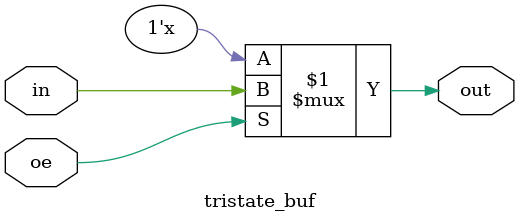
<source format=v>
/*
--------------------------------------------------------------------------------
This library is free software; you can redistribute it and/or
modify it under the terms of the GNU Library General Public
License as published by the Free Software Foundation; either
version 2 of the License, or (at your option) any later version.
This library is distributed in the hope that it will be useful,
but WITHOUT ANY WARRANTY; without even the implied warranty of
MERCHANTABILITY or FITNESS FOR A PARTICULAR PURPOSE.  See the GNU
Library General Public License for more details.
You should have received a copy of the GNU Library General Public
License along with this library; if not, write to the
Free Software Foundation, Inc., 51 Franklin St, Fifth Floor,
Boston, MA  02110-1301, USA.
--------------------------------------------------------------------------------
*/

// Copyright (c) 2021 John Seamons, ZL/KF6VO

`include "kiwi.vh"

// tri-state buffer

module tristate_buf (
	input  wire in,
	output wire out,
	input  wire oe
	);

    assign #2 out = oe? in : 1'bZ;

endmodule

</source>
